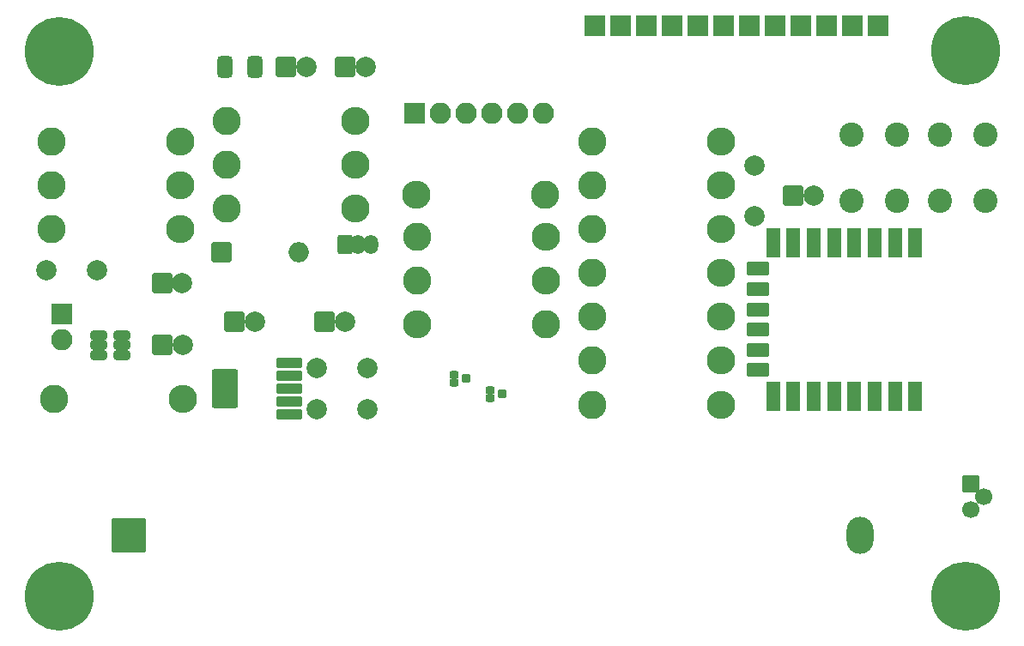
<source format=gbr>
G04 #@! TF.GenerationSoftware,KiCad,Pcbnew,7.0.9*
G04 #@! TF.CreationDate,2024-01-09T09:24:08+01:00*
G04 #@! TF.ProjectId,ltl,6c746c2e-6b69-4636-9164-5f7063625858,rev?*
G04 #@! TF.SameCoordinates,Original*
G04 #@! TF.FileFunction,Soldermask,Top*
G04 #@! TF.FilePolarity,Negative*
%FSLAX46Y46*%
G04 Gerber Fmt 4.6, Leading zero omitted, Abs format (unit mm)*
G04 Created by KiCad (PCBNEW 7.0.9) date 2024-01-09 09:24:08*
%MOMM*%
%LPD*%
G01*
G04 APERTURE LIST*
G04 Aperture macros list*
%AMRoundRect*
0 Rectangle with rounded corners*
0 $1 Rounding radius*
0 $2 $3 $4 $5 $6 $7 $8 $9 X,Y pos of 4 corners*
0 Add a 4 corners polygon primitive as box body*
4,1,4,$2,$3,$4,$5,$6,$7,$8,$9,$2,$3,0*
0 Add four circle primitives for the rounded corners*
1,1,$1+$1,$2,$3*
1,1,$1+$1,$4,$5*
1,1,$1+$1,$6,$7*
1,1,$1+$1,$8,$9*
0 Add four rect primitives between the rounded corners*
20,1,$1+$1,$2,$3,$4,$5,0*
20,1,$1+$1,$4,$5,$6,$7,0*
20,1,$1+$1,$6,$7,$8,$9,0*
20,1,$1+$1,$8,$9,$2,$3,0*%
G04 Aperture macros list end*
%ADD10C,2.800000*%
%ADD11O,2.800000X2.800000*%
%ADD12RoundRect,0.200000X-0.500000X1.250000X-0.500000X-1.250000X0.500000X-1.250000X0.500000X1.250000X0*%
%ADD13RoundRect,0.200000X-0.900000X0.500000X-0.900000X-0.500000X0.900000X-0.500000X0.900000X0.500000X0*%
%ADD14RoundRect,0.200000X-0.650000X-0.650000X0.650000X-0.650000X0.650000X0.650000X-0.650000X0.650000X0*%
%ADD15C,1.700000*%
%ADD16C,2.400000*%
%ADD17RoundRect,0.200000X-1.500000X-1.500000X1.500000X-1.500000X1.500000X1.500000X-1.500000X1.500000X0*%
%ADD18O,2.662000X3.662000*%
%ADD19RoundRect,0.200000X-0.225000X-0.200000X0.225000X-0.200000X0.225000X0.200000X-0.225000X0.200000X0*%
%ADD20RoundRect,0.200000X-0.225000X-0.250000X0.225000X-0.250000X0.225000X0.250000X-0.225000X0.250000X0*%
%ADD21RoundRect,0.200000X-0.800000X-0.800000X0.800000X-0.800000X0.800000X0.800000X-0.800000X0.800000X0*%
%ADD22C,2.000000*%
%ADD23RoundRect,0.200000X-0.850000X-0.850000X0.850000X-0.850000X0.850000X0.850000X-0.850000X0.850000X0*%
%ADD24RoundRect,0.350000X-0.512500X-0.150000X0.512500X-0.150000X0.512500X0.150000X-0.512500X0.150000X0*%
%ADD25RoundRect,0.200000X-0.525000X-0.750000X0.525000X-0.750000X0.525000X0.750000X-0.525000X0.750000X0*%
%ADD26O,1.450000X1.900000*%
%ADD27O,2.000000X2.000000*%
%ADD28C,1.200000*%
%ADD29C,6.800000*%
%ADD30RoundRect,0.200000X1.100000X0.300000X-1.100000X0.300000X-1.100000X-0.300000X1.100000X-0.300000X0*%
%ADD31RoundRect,0.200000X1.075000X1.725000X-1.075000X1.725000X-1.075000X-1.725000X1.075000X-1.725000X0*%
%ADD32RoundRect,0.200000X0.850000X-0.850000X0.850000X0.850000X-0.850000X0.850000X-0.850000X-0.850000X0*%
%ADD33O,2.100000X2.100000*%
%ADD34RoundRect,0.450000X-0.325000X-0.650000X0.325000X-0.650000X0.325000X0.650000X-0.325000X0.650000X0*%
G04 APERTURE END LIST*
D10*
X133350000Y-107721400D03*
D11*
X146050000Y-107721400D03*
D10*
X133350000Y-103378000D03*
D11*
X146050000Y-103378000D03*
D10*
X133350000Y-81788000D03*
D11*
X146050000Y-81788000D03*
D10*
X133350000Y-86106000D03*
D11*
X146050000Y-86106000D03*
D10*
X133350000Y-94742000D03*
D11*
X146050000Y-94742000D03*
D12*
X165240000Y-91714000D03*
X163240000Y-91714000D03*
X161240000Y-91714000D03*
X159240000Y-91714000D03*
X157240000Y-91714000D03*
X155240000Y-91714000D03*
X153240000Y-91714000D03*
X151240000Y-91714000D03*
D13*
X149740000Y-94314000D03*
X149740000Y-96314000D03*
X149740000Y-98314000D03*
X149740000Y-100314000D03*
X149740000Y-102314000D03*
X149740000Y-104314000D03*
D12*
X151240000Y-106914000D03*
X153240000Y-106914000D03*
X155240000Y-106914000D03*
X157240000Y-106914000D03*
X159240000Y-106914000D03*
X161240000Y-106914000D03*
X163240000Y-106914000D03*
X165240000Y-106914000D03*
D14*
X170688000Y-115570000D03*
D15*
X171958000Y-116840000D03*
X170688000Y-118110000D03*
D16*
X158949000Y-87576800D03*
X158949000Y-81076800D03*
X163449000Y-87576800D03*
X163449000Y-81076800D03*
D17*
X87630000Y-120650000D03*
D18*
X159766000Y-120650000D03*
D16*
X172176000Y-81078000D03*
X172176000Y-87578000D03*
X167676000Y-81078000D03*
X167676000Y-87578000D03*
D10*
X133350000Y-90424000D03*
D11*
X146050000Y-90424000D03*
D19*
X119754000Y-104756000D03*
X119754000Y-105556000D03*
D20*
X120904000Y-105156000D03*
D21*
X153194000Y-87122000D03*
D22*
X155194000Y-87122000D03*
X106172000Y-104140000D03*
X111172000Y-104140000D03*
D23*
X136144000Y-70358000D03*
D10*
X80010000Y-86106000D03*
D11*
X92710000Y-86106000D03*
D23*
X151384000Y-70358000D03*
D19*
X123310000Y-106280000D03*
X123310000Y-107080000D03*
D20*
X124460000Y-106680000D03*
D24*
X84714500Y-100904000D03*
X84714500Y-101854000D03*
X84714500Y-102804000D03*
X86989500Y-102804000D03*
X86989500Y-101854000D03*
X86989500Y-100904000D03*
D10*
X97282000Y-84074000D03*
D11*
X109982000Y-84074000D03*
D25*
X108966000Y-91948000D03*
D26*
X110236000Y-91948000D03*
X111506000Y-91948000D03*
D21*
X96774000Y-92710000D03*
D27*
X104394000Y-92710000D03*
D23*
X161544000Y-70358000D03*
D10*
X80010000Y-90424000D03*
D11*
X92710000Y-90424000D03*
D28*
X78372000Y-72898000D03*
X79074944Y-71200944D03*
X79074944Y-74595056D03*
X80772000Y-70498000D03*
D29*
X80772000Y-72898000D03*
D28*
X80772000Y-75298000D03*
X82469056Y-71200944D03*
X82469056Y-74595056D03*
X83172000Y-72898000D03*
D23*
X143764000Y-70358000D03*
D21*
X103156000Y-74422000D03*
D22*
X105156000Y-74422000D03*
D30*
X103467500Y-108712000D03*
X103467500Y-107442000D03*
X103467500Y-106172000D03*
X103467500Y-104902000D03*
X103467500Y-103632000D03*
D31*
X97167500Y-106172000D03*
D22*
X149428200Y-84103200D03*
X149428200Y-89103200D03*
D32*
X115824000Y-78994000D03*
D33*
X118364000Y-78994000D03*
X120904000Y-78994000D03*
X123444000Y-78994000D03*
X125984000Y-78994000D03*
X128524000Y-78994000D03*
D21*
X98104900Y-99568000D03*
D22*
X100104900Y-99568000D03*
D10*
X128778000Y-99822000D03*
D11*
X116078000Y-99822000D03*
D10*
X97282000Y-88392000D03*
D11*
X109982000Y-88392000D03*
D34*
X97126000Y-74422000D03*
X100076000Y-74422000D03*
D23*
X141224000Y-70358000D03*
D21*
X106994900Y-99568000D03*
D22*
X108994900Y-99568000D03*
D23*
X159004000Y-70358000D03*
X156464000Y-70358000D03*
D10*
X116078000Y-91186000D03*
D11*
X128778000Y-91186000D03*
D10*
X133350000Y-99060000D03*
D11*
X146050000Y-99060000D03*
D21*
X90932000Y-95758000D03*
D22*
X92932000Y-95758000D03*
D10*
X97282000Y-79756000D03*
D11*
X109982000Y-79756000D03*
D10*
X128752600Y-86995000D03*
D11*
X116052600Y-86995000D03*
D22*
X79542000Y-94488000D03*
X84542000Y-94488000D03*
D23*
X138684000Y-70358000D03*
X146304000Y-70358000D03*
D28*
X78372000Y-126619000D03*
X79074944Y-124921944D03*
X79074944Y-128316056D03*
X80772000Y-124219000D03*
D29*
X80772000Y-126619000D03*
D28*
X80772000Y-129019000D03*
X82469056Y-124921944D03*
X82469056Y-128316056D03*
X83172000Y-126619000D03*
D21*
X108998000Y-74422000D03*
D22*
X110998000Y-74422000D03*
D10*
X80010000Y-81788000D03*
D11*
X92710000Y-81788000D03*
D22*
X111172000Y-108204000D03*
X106172000Y-108204000D03*
D10*
X116078000Y-95504000D03*
D11*
X128778000Y-95504000D03*
D23*
X133604000Y-70358000D03*
X153924000Y-70358000D03*
D28*
X167780000Y-72771000D03*
X168482944Y-71073944D03*
X168482944Y-74468056D03*
X170180000Y-70371000D03*
D29*
X170180000Y-72771000D03*
D28*
X170180000Y-75171000D03*
X171877056Y-71073944D03*
X171877056Y-74468056D03*
X172580000Y-72771000D03*
X167780000Y-126619000D03*
X168482944Y-124921944D03*
X168482944Y-128316056D03*
X170180000Y-124219000D03*
D29*
X170180000Y-126619000D03*
D28*
X170180000Y-129019000D03*
X171877056Y-124921944D03*
X171877056Y-128316056D03*
X172580000Y-126619000D03*
D23*
X81026000Y-98801000D03*
D33*
X81026000Y-101341000D03*
D21*
X90964000Y-101854000D03*
D22*
X92964000Y-101854000D03*
D10*
X80264000Y-107188000D03*
D11*
X92964000Y-107188000D03*
D23*
X148844000Y-70358000D03*
M02*

</source>
